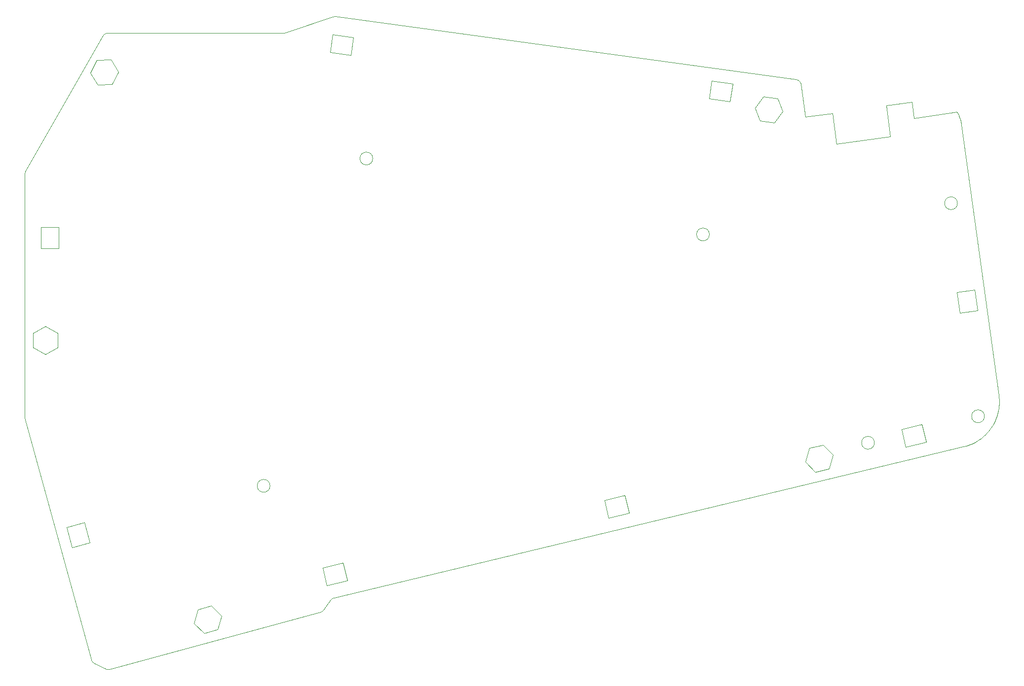
<source format=gbr>
%TF.GenerationSoftware,KiCad,Pcbnew,(6.0.5)*%
%TF.CreationDate,2022-07-12T17:30:17+09:00*%
%TF.ProjectId,ergotonic_f24-pcb-right,6572676f-746f-46e6-9963-5f6632342d70,rev?*%
%TF.SameCoordinates,Original*%
%TF.FileFunction,Profile,NP*%
%FSLAX46Y46*%
G04 Gerber Fmt 4.6, Leading zero omitted, Abs format (unit mm)*
G04 Created by KiCad (PCBNEW (6.0.5)) date 2022-07-12 17:30:17*
%MOMM*%
%LPD*%
G01*
G04 APERTURE LIST*
%ADD10C,0.090000*%
%TA.AperFunction,Profile*%
%ADD11C,0.090000*%
%TD*%
%TA.AperFunction,Profile*%
%ADD12C,0.120000*%
%TD*%
G04 APERTURE END LIST*
D10*
X2131524Y-27959878D02*
X2087412Y-28046773D01*
X2052089Y-28137186D01*
X2025731Y-28230449D01*
X2008517Y-28325898D01*
X2000622Y-28422866D01*
X2000093Y-28455412D01*
D11*
X130596213Y-19617091D02*
X128194132Y-19285436D01*
D10*
X141322446Y-23272094D02*
X140577595Y-17972180D01*
D11*
X135974847Y-77867495D02*
X136654983Y-75539963D01*
D10*
X13438801Y-111849310D02*
X13472246Y-111949798D01*
X13515726Y-112045404D01*
X13568691Y-112135458D01*
X13630590Y-112219288D01*
X13700872Y-112296227D01*
X13778987Y-112365602D01*
X13864383Y-112426746D01*
X13956512Y-112478987D01*
X134320548Y-12188726D02*
X55285428Y-1369124D01*
X140577595Y-17972180D02*
X135959509Y-18621215D01*
D11*
X7686835Y-58230867D02*
X5586834Y-59443296D01*
X31074132Y-105604723D02*
X31697030Y-103261224D01*
D10*
X53265117Y-103315894D02*
X54518851Y-101591000D01*
X52718272Y-103693003D02*
X52819263Y-103659727D01*
X52915568Y-103616213D01*
X53006456Y-103562964D01*
X53091196Y-103500486D01*
X53169058Y-103429281D01*
X53239310Y-103349854D01*
X53265117Y-103315894D01*
X169130202Y-66411622D02*
X162728181Y-19980628D01*
D11*
X35756090Y-104340117D02*
X35133191Y-106683616D01*
X3486844Y-55805987D02*
X5586845Y-54593558D01*
D10*
X154600705Y-18828502D02*
X154211065Y-16056126D01*
X54829405Y-1412597D02*
X46794646Y-4130196D01*
X13956512Y-112478987D02*
X15872502Y-113435109D01*
X135959509Y-18621215D02*
X135175168Y-13040311D01*
D11*
X16968980Y-12998171D02*
X14545588Y-13082792D01*
X3486838Y-58230857D02*
X3486844Y-55805987D01*
X131170656Y-15456564D02*
X132084475Y-17702655D01*
D10*
X135175168Y-13040311D02*
X135150251Y-12918364D01*
X135111163Y-12802390D01*
X135058856Y-12693337D01*
X134994281Y-12592154D01*
X134918390Y-12499789D01*
X134832135Y-12417190D01*
X134736468Y-12345306D01*
X134632342Y-12285085D01*
X134520706Y-12237475D01*
X134402514Y-12203424D01*
X134320548Y-12188726D01*
D11*
X7686841Y-55805997D02*
X7686835Y-58230867D01*
D10*
X55285428Y-1369124D02*
X55184536Y-1360484D01*
X55083619Y-1362070D01*
X54983449Y-1373810D01*
X54884797Y-1395630D01*
X54829405Y-1412597D01*
X149803582Y-16675554D02*
X150548433Y-21975467D01*
X161974179Y-17792217D02*
X154600705Y-18828502D01*
X163072734Y-75283303D02*
X163443601Y-75184934D01*
X163806052Y-75070194D01*
X164159758Y-74939566D01*
X164504389Y-74793533D01*
X164839615Y-74632578D01*
X165165106Y-74457184D01*
X165480531Y-74267835D01*
X165785562Y-74065013D01*
X166079869Y-73849201D01*
X166363121Y-73620883D01*
X166634988Y-73380542D01*
X166895141Y-73128661D01*
X167143250Y-72865723D01*
X167378985Y-72592211D01*
X167602016Y-72308608D01*
X167812014Y-72015398D01*
X168008647Y-71713063D01*
X168191587Y-71402087D01*
X168360504Y-71082953D01*
X168515068Y-70756143D01*
X168654948Y-70422141D01*
X168779815Y-70081431D01*
X168889340Y-69734494D01*
X168983192Y-69381815D01*
X169061041Y-69023877D01*
X169122557Y-68661162D01*
X169167412Y-68294154D01*
X169195273Y-67923335D01*
X169205813Y-67549190D01*
X169198701Y-67172200D01*
X169173607Y-66792850D01*
X169130202Y-66411622D01*
X16581072Y-113505410D02*
X52718272Y-103693003D01*
D11*
X128194132Y-19285436D02*
X127280313Y-17039345D01*
X128768575Y-15124909D02*
X131170656Y-15456564D01*
X147789817Y-74603961D02*
G75*
G03*
X147789817Y-74603961I-1100000J0D01*
G01*
X136654983Y-75539963D02*
X139010753Y-74965213D01*
X5586845Y-54593558D02*
X7686841Y-55805997D01*
D10*
X55094312Y-101206592D02*
X163072734Y-75283303D01*
X15408448Y-4687397D02*
X2131524Y-27959878D01*
X2035879Y-70375183D02*
X13438801Y-111849310D01*
X54518851Y-101591000D02*
X54589010Y-101504959D01*
X54667719Y-101427715D01*
X54754138Y-101359830D01*
X54847425Y-101301866D01*
X54946741Y-101254385D01*
X55051245Y-101217948D01*
X55094312Y-101206592D01*
D11*
X32792212Y-107315919D02*
X31074132Y-105604723D01*
D10*
X2000093Y-28455412D02*
X2000093Y-70110083D01*
D11*
X61725647Y-25768284D02*
G75*
G03*
X61725647Y-25768284I-1100000J0D01*
G01*
X16822412Y-8800733D02*
X18107392Y-10857142D01*
X127280313Y-17039345D02*
X128768575Y-15124909D01*
D10*
X16277043Y-4182927D02*
X16176874Y-4187943D01*
X16078783Y-4202751D01*
X15983393Y-4226989D01*
X15891325Y-4260296D01*
X15803204Y-4302310D01*
X15719651Y-4352669D01*
X15641290Y-4411012D01*
X15568743Y-4476977D01*
X15502634Y-4550202D01*
X15443584Y-4630326D01*
X15408448Y-4687397D01*
D11*
X132084475Y-17702655D02*
X130596213Y-19617091D01*
X14399020Y-8885354D02*
X16822412Y-8800733D01*
X137650480Y-79620276D02*
X135974847Y-77867495D01*
D10*
X150548433Y-21975467D02*
X141322446Y-23272094D01*
D11*
X18107392Y-10857142D02*
X16968980Y-12998171D01*
X140006250Y-79045526D02*
X137650480Y-79620276D01*
D10*
X162728181Y-19980628D02*
X162705950Y-19832979D01*
X162680180Y-19686585D01*
X162650916Y-19541489D01*
X162618207Y-19397733D01*
X162582100Y-19255356D01*
X162542642Y-19114402D01*
X162499880Y-18974911D01*
X162453862Y-18836925D01*
X162404635Y-18700487D01*
X162352247Y-18565636D01*
X162296745Y-18432416D01*
X162238176Y-18300867D01*
X162176587Y-18171031D01*
X162112027Y-18042949D01*
X162044541Y-17916664D01*
X161974179Y-17792217D01*
D11*
X166668988Y-70054061D02*
G75*
G03*
X166668988Y-70054061I-1100000J0D01*
G01*
D10*
X15872502Y-113435109D02*
X15956272Y-113472226D01*
X16042539Y-113501361D01*
X16130739Y-113522458D01*
X16220311Y-113535460D01*
X16310693Y-113540312D01*
X16401321Y-113536958D01*
X16491635Y-113525342D01*
X16581072Y-113505410D01*
D11*
X119480411Y-38811769D02*
G75*
G03*
X119480411Y-38811769I-1100000J0D01*
G01*
X5586834Y-59443296D02*
X3486838Y-58230857D01*
X162035290Y-33451413D02*
G75*
G03*
X162035290Y-33451413I-1100000J0D01*
G01*
X31697030Y-103261224D02*
X34038009Y-102628921D01*
X13260608Y-11026383D02*
X14399020Y-8885354D01*
X140686387Y-76717994D02*
X140006250Y-79045526D01*
X34038009Y-102628921D02*
X35756090Y-104340117D01*
X139010753Y-74965213D02*
X140686387Y-76717994D01*
X14545588Y-13082792D02*
X13260608Y-11026383D01*
X35133191Y-106683616D02*
X32792212Y-107315919D01*
D10*
X2000093Y-70110083D02*
X2004346Y-70202212D01*
X2017055Y-70293469D01*
X2035879Y-70375183D01*
X46794646Y-4130196D02*
X46706469Y-4155585D01*
X46616479Y-4172759D01*
X46525254Y-4181625D01*
X46474252Y-4182927D01*
X46474252Y-4182927D02*
X16277043Y-4182927D01*
X154211065Y-16056126D02*
X149803582Y-16675554D01*
D11*
X44100000Y-82000000D02*
G75*
G03*
X44100000Y-82000000I-1100000J0D01*
G01*
D12*
%TO.C,LED_11*%
X12215827Y-88301009D02*
X9223144Y-89109617D01*
X9223144Y-89109617D02*
X10162173Y-92584991D01*
X10162173Y-92584991D02*
X13154856Y-91776383D01*
X13154856Y-91776383D02*
X12215827Y-88301009D01*
%TO.C,LED_8*%
X123464201Y-12905596D02*
X119899236Y-12404573D01*
X119899236Y-12404573D02*
X119467799Y-15474404D01*
X123032764Y-15975427D02*
X123464201Y-12905596D01*
X119467799Y-15474404D02*
X123032764Y-15975427D01*
%TO.C,LED_9*%
X54374799Y-7514404D02*
X57939764Y-8015427D01*
X54806236Y-4444573D02*
X54374799Y-7514404D01*
X57939764Y-8015427D02*
X58371201Y-4945596D01*
X58371201Y-4945596D02*
X54806236Y-4444573D01*
%TO.C,LED_14*%
X156675106Y-74454972D02*
X155951426Y-71440625D01*
X152450894Y-72281028D02*
X153174574Y-75295375D01*
X155951426Y-71440625D02*
X152450894Y-72281028D01*
X153174574Y-75295375D02*
X156675106Y-74454972D01*
%TO.C,LED_10*%
X7872000Y-37597000D02*
X4772000Y-37597000D01*
X7872000Y-41197000D02*
X7872000Y-37597000D01*
X4772000Y-37597000D02*
X4772000Y-41197000D01*
X4772000Y-41197000D02*
X7872000Y-41197000D01*
%TO.C,LED_13*%
X104983426Y-83647625D02*
X101482894Y-84488028D01*
X102206574Y-87502375D02*
X105707106Y-86661972D01*
X101482894Y-84488028D02*
X102206574Y-87502375D01*
X105707106Y-86661972D02*
X104983426Y-83647625D01*
%TO.C,LED_15*%
X164994404Y-48298799D02*
X161924573Y-48730236D01*
X161924573Y-48730236D02*
X162425596Y-52295201D01*
X165495427Y-51863764D02*
X164994404Y-48298799D01*
X162425596Y-52295201D02*
X165495427Y-51863764D01*
%TO.C,LED_12*%
X53131894Y-96090028D02*
X53855574Y-99104375D01*
X56632426Y-95249625D02*
X53131894Y-96090028D01*
X57356106Y-98263972D02*
X56632426Y-95249625D01*
X53855574Y-99104375D02*
X57356106Y-98263972D01*
%TD*%
M02*

</source>
